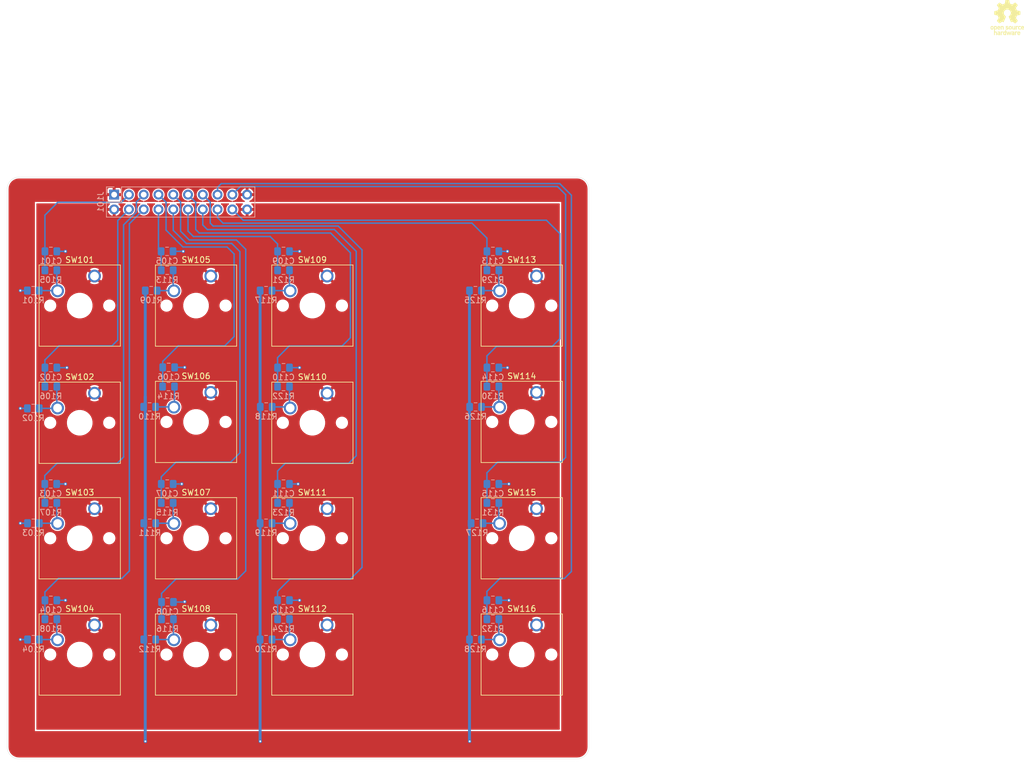
<source format=kicad_pcb>
(kicad_pcb (version 20171130) (host pcbnew "(5.1.6)-1")
  (layers (0 F.Cu signal) (31 B.Cu signal) (34 B.Paste user) (35 F.Paste user) (36 B.SilkS user) (37 F.SilkS user) (38 B.Mask user) (39 F.Mask user) (44 Edge.Cuts user))
  (net 0 "")
  (net 1 GND)
  (net 2 /SW_7)
  (net 3 /SW_4)
  (net 4 /SW_1)
  (net 5 /SW_0)
  (net 6 /SW_8)
  (net 7 /SW_5)
  (net 8 /SW_2)
  (net 9 /SW_point)
  (net 10 /SW_9)
  (net 11 /SW_6)
  (net 12 /SW_3)
  (net 13 /SW_Enter)
  (net 14 /SW_M0)
  (net 15 /SW_M1)
  (net 16 /SW_M2)
  (net 17 /SW_M3)
  (net 18 +3V3)
  (net 19 "Net-(R101-Pad2)")
  (net 20 "Net-(R102-Pad2)")
  (net 21 "Net-(R103-Pad2)")
  (net 22 "Net-(R104-Pad2)")
  (net 23 "Net-(R109-Pad2)")
  (net 24 "Net-(R110-Pad2)")
  (net 25 "Net-(R111-Pad2)")
  (net 26 "Net-(R112-Pad2)")
  (net 27 "Net-(R117-Pad2)")
  (net 28 "Net-(R118-Pad2)")
  (net 29 "Net-(R119-Pad2)")
  (net 30 "Net-(R120-Pad2)")
  (net 31 "Net-(R125-Pad2)")
  (net 32 "Net-(R126-Pad2)")
  (net 33 "Net-(R127-Pad2)")
  (net 34 "Net-(R128-Pad2)")
  (module Button_Switch_Keyboard:SW_Cherry_MX_1.00u_PCB (layer F.Cu) (at 191 127)
    (fp_text reference SW116 (at -2.54 -2.794) (layer F.SilkS))
    (fp_text value MX1A_C1)
    (pad "" np_thru_hole circle (at 2.54 5.08) (size 1.7 1.7) (drill 1.7) (layers *.Cu *.Mask))
    (pad "" np_thru_hole circle (at -7.62 5.08) (size 1.7 1.7) (drill 1.7) (layers *.Cu *.Mask))
    (pad "" np_thru_hole circle (at -2.54 5.08) (size 4 4) (drill 4) (layers *.Cu *.Mask))
    (pad 2 thru_hole circle (at -6.35 2.54) (size 2.2 2.2) (drill 1.5) (layers *.Cu *.Mask) (net 34 "Net-(R128-Pad2)"))
    (pad 1 thru_hole circle (at 0 0) (size 2.2 2.2) (drill 1.5) (layers *.Cu *.Mask) (net 1 GND))
  )
  (module Button_Switch_Keyboard:SW_Cherry_MX_1.00u_PCB (layer F.Cu) (at 191 107)
    (fp_text reference SW115 (at -2.54 -2.794) (layer F.SilkS))
    (fp_text value MX1A_C1)
    (pad "" np_thru_hole circle (at 2.54 5.08) (size 1.7 1.7) (drill 1.7) (layers *.Cu *.Mask))
    (pad "" np_thru_hole circle (at -7.62 5.08) (size 1.7 1.7) (drill 1.7) (layers *.Cu *.Mask))
    (pad "" np_thru_hole circle (at -2.54 5.08) (size 4 4) (drill 4) (layers *.Cu *.Mask))
    (pad 2 thru_hole circle (at -6.35 2.54) (size 2.2 2.2) (drill 1.5) (layers *.Cu *.Mask) (net 33 "Net-(R127-Pad2)"))
    (pad 1 thru_hole circle (at 0 0) (size 2.2 2.2) (drill 1.5) (layers *.Cu *.Mask) (net 1 GND))
  )
  (module Button_Switch_Keyboard:SW_Cherry_MX_1.00u_PCB (layer F.Cu) (at 191 87)
    (fp_text reference SW114 (at -2.54 -2.794) (layer F.SilkS))
    (fp_text value MX1A_C1)
    (pad "" np_thru_hole circle (at 2.54 5.08) (size 1.7 1.7) (drill 1.7) (layers *.Cu *.Mask))
    (pad "" np_thru_hole circle (at -7.62 5.08) (size 1.7 1.7) (drill 1.7) (layers *.Cu *.Mask))
    (pad "" np_thru_hole circle (at -2.54 5.08) (size 4 4) (drill 4) (layers *.Cu *.Mask))
    (pad 2 thru_hole circle (at -6.35 2.54) (size 2.2 2.2) (drill 1.5) (layers *.Cu *.Mask) (net 32 "Net-(R126-Pad2)"))
    (pad 1 thru_hole circle (at 0 0) (size 2.2 2.2) (drill 1.5) (layers *.Cu *.Mask) (net 1 GND))
  )
  (module Button_Switch_Keyboard:SW_Cherry_MX_1.00u_PCB (layer F.Cu) (at 191 67)
    (fp_text reference SW113 (at -2.54 -2.794) (layer F.SilkS))
    (fp_text value MX1A_C1)
    (pad "" np_thru_hole circle (at 2.54 5.08) (size 1.7 1.7) (drill 1.7) (layers *.Cu *.Mask))
    (pad "" np_thru_hole circle (at -7.62 5.08) (size 1.7 1.7) (drill 1.7) (layers *.Cu *.Mask))
    (pad "" np_thru_hole circle (at -2.54 5.08) (size 4 4) (drill 4) (layers *.Cu *.Mask))
    (pad 2 thru_hole circle (at -6.35 2.54) (size 2.2 2.2) (drill 1.5) (layers *.Cu *.Mask) (net 31 "Net-(R125-Pad2)"))
    (pad 1 thru_hole circle (at 0 0) (size 2.2 2.2) (drill 1.5) (layers *.Cu *.Mask) (net 1 GND))
  )
  (module Button_Switch_Keyboard:SW_Cherry_MX_1.00u_PCB (layer F.Cu) (at 155 127)
    (fp_text reference SW112 (at -2.54 -2.794) (layer F.SilkS))
    (fp_text value MX1A_C1)
    (pad "" np_thru_hole circle (at 2.54 5.08) (size 1.7 1.7) (drill 1.7) (layers *.Cu *.Mask))
    (pad "" np_thru_hole circle (at -7.62 5.08) (size 1.7 1.7) (drill 1.7) (layers *.Cu *.Mask))
    (pad "" np_thru_hole circle (at -2.54 5.08) (size 4 4) (drill 4) (layers *.Cu *.Mask))
    (pad 2 thru_hole circle (at -6.35 2.54) (size 2.2 2.2) (drill 1.5) (layers *.Cu *.Mask) (net 30 "Net-(R120-Pad2)"))
    (pad 1 thru_hole circle (at 0 0) (size 2.2 2.2) (drill 1.5) (layers *.Cu *.Mask) (net 1 GND))
  )
  (module Button_Switch_Keyboard:SW_Cherry_MX_1.00u_PCB (layer F.Cu) (at 155 107)
    (fp_text reference SW111 (at -2.54 -2.794) (layer F.SilkS))
    (fp_text value MX1A_C1)
    (pad "" np_thru_hole circle (at 2.54 5.08) (size 1.7 1.7) (drill 1.7) (layers *.Cu *.Mask))
    (pad "" np_thru_hole circle (at -7.62 5.08) (size 1.7 1.7) (drill 1.7) (layers *.Cu *.Mask))
    (pad "" np_thru_hole circle (at -2.54 5.08) (size 4 4) (drill 4) (layers *.Cu *.Mask))
    (pad 2 thru_hole circle (at -6.35 2.54) (size 2.2 2.2) (drill 1.5) (layers *.Cu *.Mask) (net 29 "Net-(R119-Pad2)"))
    (pad 1 thru_hole circle (at 0 0) (size 2.2 2.2) (drill 1.5) (layers *.Cu *.Mask) (net 1 GND))
  )
  (module Button_Switch_Keyboard:SW_Cherry_MX_1.00u_PCB (layer F.Cu) (at 155 87.145)
    (fp_text reference SW110 (at -2.54 -2.794) (layer F.SilkS))
    (fp_text value MX1A_C1)
    (pad "" np_thru_hole circle (at 2.54 5.08) (size 1.7 1.7) (drill 1.7) (layers *.Cu *.Mask))
    (pad "" np_thru_hole circle (at -7.62 5.08) (size 1.7 1.7) (drill 1.7) (layers *.Cu *.Mask))
    (pad "" np_thru_hole circle (at -2.54 5.08) (size 4 4) (drill 4) (layers *.Cu *.Mask))
    (pad 2 thru_hole circle (at -6.35 2.54) (size 2.2 2.2) (drill 1.5) (layers *.Cu *.Mask) (net 28 "Net-(R118-Pad2)"))
    (pad 1 thru_hole circle (at 0 0) (size 2.2 2.2) (drill 1.5) (layers *.Cu *.Mask) (net 1 GND))
  )
  (module Button_Switch_Keyboard:SW_Cherry_MX_1.00u_PCB (layer F.Cu) (at 155 67)
    (fp_text reference SW109 (at -2.54 -2.794) (layer F.SilkS))
    (fp_text value MX1A_C1)
    (pad "" np_thru_hole circle (at 2.54 5.08) (size 1.7 1.7) (drill 1.7) (layers *.Cu *.Mask))
    (pad "" np_thru_hole circle (at -7.62 5.08) (size 1.7 1.7) (drill 1.7) (layers *.Cu *.Mask))
    (pad "" np_thru_hole circle (at -2.54 5.08) (size 4 4) (drill 4) (layers *.Cu *.Mask))
    (pad 2 thru_hole circle (at -6.35 2.54) (size 2.2 2.2) (drill 1.5) (layers *.Cu *.Mask) (net 27 "Net-(R117-Pad2)"))
    (pad 1 thru_hole circle (at 0 0) (size 2.2 2.2) (drill 1.5) (layers *.Cu *.Mask) (net 1 GND))
  )
  (module Button_Switch_Keyboard:SW_Cherry_MX_1.00u_PCB (layer F.Cu) (at 135 127)
    (fp_text reference SW108 (at -2.54 -2.794) (layer F.SilkS))
    (fp_text value MX1A_C1)
    (pad "" np_thru_hole circle (at 2.54 5.08) (size 1.7 1.7) (drill 1.7) (layers *.Cu *.Mask))
    (pad "" np_thru_hole circle (at -7.62 5.08) (size 1.7 1.7) (drill 1.7) (layers *.Cu *.Mask))
    (pad "" np_thru_hole circle (at -2.54 5.08) (size 4 4) (drill 4) (layers *.Cu *.Mask))
    (pad 2 thru_hole circle (at -6.35 2.54) (size 2.2 2.2) (drill 1.5) (layers *.Cu *.Mask) (net 26 "Net-(R112-Pad2)"))
    (pad 1 thru_hole circle (at 0 0) (size 2.2 2.2) (drill 1.5) (layers *.Cu *.Mask) (net 1 GND))
  )
  (module Button_Switch_Keyboard:SW_Cherry_MX_1.00u_PCB (layer F.Cu) (at 135 107)
    (fp_text reference SW107 (at -2.54 -2.794) (layer F.SilkS))
    (fp_text value MX1A_C1)
    (pad "" np_thru_hole circle (at 2.54 5.08) (size 1.7 1.7) (drill 1.7) (layers *.Cu *.Mask))
    (pad "" np_thru_hole circle (at -7.62 5.08) (size 1.7 1.7) (drill 1.7) (layers *.Cu *.Mask))
    (pad "" np_thru_hole circle (at -2.54 5.08) (size 4 4) (drill 4) (layers *.Cu *.Mask))
    (pad 2 thru_hole circle (at -6.35 2.54) (size 2.2 2.2) (drill 1.5) (layers *.Cu *.Mask) (net 25 "Net-(R111-Pad2)"))
    (pad 1 thru_hole circle (at 0 0) (size 2.2 2.2) (drill 1.5) (layers *.Cu *.Mask) (net 1 GND))
  )
  (module Button_Switch_Keyboard:SW_Cherry_MX_1.00u_PCB (layer F.Cu) (at 135 87)
    (fp_text reference SW106 (at -2.54 -2.794) (layer F.SilkS))
    (fp_text value MX1A_C1)
    (pad "" np_thru_hole circle (at 2.54 5.08) (size 1.7 1.7) (drill 1.7) (layers *.Cu *.Mask))
    (pad "" np_thru_hole circle (at -7.62 5.08) (size 1.7 1.7) (drill 1.7) (layers *.Cu *.Mask))
    (pad "" np_thru_hole circle (at -2.54 5.08) (size 4 4) (drill 4) (layers *.Cu *.Mask))
    (pad 2 thru_hole circle (at -6.35 2.54) (size 2.2 2.2) (drill 1.5) (layers *.Cu *.Mask) (net 24 "Net-(R110-Pad2)"))
    (pad 1 thru_hole circle (at 0 0) (size 2.2 2.2) (drill 1.5) (layers *.Cu *.Mask) (net 1 GND))
  )
  (module Button_Switch_Keyboard:SW_Cherry_MX_1.00u_PCB (layer F.Cu) (at 135 67)
    (fp_text reference SW105 (at -2.54 -2.794) (layer F.SilkS))
    (fp_text value MX1A_C1)
    (pad "" np_thru_hole circle (at 2.54 5.08) (size 1.7 1.7) (drill 1.7) (layers *.Cu *.Mask))
    (pad "" np_thru_hole circle (at -7.62 5.08) (size 1.7 1.7) (drill 1.7) (layers *.Cu *.Mask))
    (pad "" np_thru_hole circle (at -2.54 5.08) (size 4 4) (drill 4) (layers *.Cu *.Mask))
    (pad 2 thru_hole circle (at -6.35 2.54) (size 2.2 2.2) (drill 1.5) (layers *.Cu *.Mask) (net 23 "Net-(R109-Pad2)"))
    (pad 1 thru_hole circle (at 0 0) (size 2.2 2.2) (drill 1.5) (layers *.Cu *.Mask) (net 1 GND))
  )
  (module Button_Switch_Keyboard:SW_Cherry_MX_1.00u_PCB (layer F.Cu) (at 115 127)
    (fp_text reference SW104 (at -2.54 -2.794) (layer F.SilkS))
    (fp_text value MX1A_C1)
    (pad "" np_thru_hole circle (at 2.54 5.08) (size 1.7 1.7) (drill 1.7) (layers *.Cu *.Mask))
    (pad "" np_thru_hole circle (at -7.62 5.08) (size 1.7 1.7) (drill 1.7) (layers *.Cu *.Mask))
    (pad "" np_thru_hole circle (at -2.54 5.08) (size 4 4) (drill 4) (layers *.Cu *.Mask))
    (pad 2 thru_hole circle (at -6.35 2.54) (size 2.2 2.2) (drill 1.5) (layers *.Cu *.Mask) (net 22 "Net-(R104-Pad2)"))
    (pad 1 thru_hole circle (at 0 0) (size 2.2 2.2) (drill 1.5) (layers *.Cu *.Mask) (net 1 GND))
  )
  (module Button_Switch_Keyboard:SW_Cherry_MX_1.00u_PCB (layer F.Cu) (at 115 107)
    (fp_text reference SW103 (at -2.54 -2.794) (layer F.SilkS))
    (fp_text value MX1A_C1)
    (pad "" np_thru_hole circle (at 2.54 5.08) (size 1.7 1.7) (drill 1.7) (layers *.Cu *.Mask))
    (pad "" np_thru_hole circle (at -7.62 5.08) (size 1.7 1.7) (drill 1.7) (layers *.Cu *.Mask))
    (pad "" np_thru_hole circle (at -2.54 5.08) (size 4 4) (drill 4) (layers *.Cu *.Mask))
    (pad 2 thru_hole circle (at -6.35 2.54) (size 2.2 2.2) (drill 1.5) (layers *.Cu *.Mask) (net 21 "Net-(R103-Pad2)"))
    (pad 1 thru_hole circle (at 0 0) (size 2.2 2.2) (drill 1.5) (layers *.Cu *.Mask) (net 1 GND))
  )
  (module Button_Switch_Keyboard:SW_Cherry_MX_1.00u_PCB (layer F.Cu) (at 115 87.145)
    (fp_text reference SW102 (at -2.54 -2.794) (layer F.SilkS))
    (fp_text value MX1A_C1)
    (pad "" np_thru_hole circle (at 2.54 5.08) (size 1.7 1.7) (drill 1.7) (layers *.Cu *.Mask))
    (pad "" np_thru_hole circle (at -7.62 5.08) (size 1.7 1.7) (drill 1.7) (layers *.Cu *.Mask))
    (pad "" np_thru_hole circle (at -2.54 5.08) (size 4 4) (drill 4) (layers *.Cu *.Mask))
    (pad 2 thru_hole circle (at -6.35 2.54) (size 2.2 2.2) (drill 1.5) (layers *.Cu *.Mask) (net 20 "Net-(R102-Pad2)"))
    (pad 1 thru_hole circle (at 0 0) (size 2.2 2.2) (drill 1.5) (layers *.Cu *.Mask) (net 1 GND))
  )
  (module Resistor_SMD:R_0805_2012Metric_Pad1.15x1.40mm_HandSolder (layer B.Cu) (at 183.5 126)
    (fp_text reference R132 (at 0 1.65) (layer B.SilkS) (effects (justify mirror)))
    (fp_text value 10K)
    (pad 2 smd roundrect (at 1.025 0) (size 1.15 1.4) (layers B.Cu B.Paste B.Mask) (roundrect_rratio 0.217391) (net 34 "Net-(R128-Pad2)"))
    (pad 1 smd roundrect (at -1.025 0) (size 1.15 1.4) (layers B.Cu B.Paste B.Mask) (roundrect_rratio 0.217391) (net 17 /SW_M3))
  )
  (module Resistor_SMD:R_0805_2012Metric_Pad1.15x1.40mm_HandSolder (layer B.Cu) (at 183.5 106)
    (fp_text reference R131 (at 0 1.65) (layer B.SilkS) (effects (justify mirror)))
    (fp_text value 10K)
    (pad 2 smd roundrect (at 1.025 0) (size 1.15 1.4) (layers B.Cu B.Paste B.Mask) (roundrect_rratio 0.217391) (net 33 "Net-(R127-Pad2)"))
    (pad 1 smd roundrect (at -1.025 0) (size 1.15 1.4) (layers B.Cu B.Paste B.Mask) (roundrect_rratio 0.217391) (net 16 /SW_M2))
  )
  (module Resistor_SMD:R_0805_2012Metric_Pad1.15x1.40mm_HandSolder (layer B.Cu) (at 183.5 86)
    (fp_text reference R130 (at 0 1.65) (layer B.SilkS) (effects (justify mirror)))
    (fp_text value 10K)
    (pad 2 smd roundrect (at 1.025 0) (size 1.15 1.4) (layers B.Cu B.Paste B.Mask) (roundrect_rratio 0.217391) (net 32 "Net-(R126-Pad2)"))
    (pad 1 smd roundrect (at -1.025 0) (size 1.15 1.4) (layers B.Cu B.Paste B.Mask) (roundrect_rratio 0.217391) (net 15 /SW_M1))
  )
  (module Resistor_SMD:R_0805_2012Metric_Pad1.15x1.40mm_HandSolder (layer B.Cu) (at 183.5 66)
    (fp_text reference R129 (at 0 1.65) (layer B.SilkS) (effects (justify mirror)))
    (fp_text value 10K)
    (pad 2 smd roundrect (at 1.025 0) (size 1.15 1.4) (layers B.Cu B.Paste B.Mask) (roundrect_rratio 0.217391) (net 31 "Net-(R125-Pad2)"))
    (pad 1 smd roundrect (at -1.025 0) (size 1.15 1.4) (layers B.Cu B.Paste B.Mask) (roundrect_rratio 0.217391) (net 14 /SW_M0))
  )
  (module Resistor_SMD:R_0805_2012Metric_Pad1.15x1.40mm_HandSolder (layer B.Cu) (at 180.5 129.5)
    (fp_text reference R128 (at 0 1.65) (layer B.SilkS) (effects (justify mirror)))
    (fp_text value 10K)
    (pad 2 smd roundrect (at 1.025 0) (size 1.15 1.4) (layers B.Cu B.Paste B.Mask) (roundrect_rratio 0.217391) (net 34 "Net-(R128-Pad2)"))
    (pad 1 smd roundrect (at -1.025 0) (size 1.15 1.4) (layers B.Cu B.Paste B.Mask) (roundrect_rratio 0.217391) (net 18 +3V3))
  )
  (module Resistor_SMD:R_0805_2012Metric_Pad1.15x1.40mm_HandSolder (layer B.Cu) (at 180.775 109.5)
    (fp_text reference R127 (at 0 1.65) (layer B.SilkS) (effects (justify mirror)))
    (fp_text value 10K)
    (pad 2 smd roundrect (at 1.025 0) (size 1.15 1.4) (layers B.Cu B.Paste B.Mask) (roundrect_rratio 0.217391) (net 33 "Net-(R127-Pad2)"))
    (pad 1 smd roundrect (at -1.025 0) (size 1.15 1.4) (layers B.Cu B.Paste B.Mask) (roundrect_rratio 0.217391) (net 18 +3V3))
  )
  (module Resistor_SMD:R_0805_2012Metric_Pad1.15x1.40mm_HandSolder (layer B.Cu) (at 180.525 89.5)
    (fp_text reference R126 (at 0 1.65) (layer B.SilkS) (effects (justify mirror)))
    (fp_text value 10K)
    (pad 2 smd roundrect (at 1.025 0) (size 1.15 1.4) (layers B.Cu B.Paste B.Mask) (roundrect_rratio 0.217391) (net 32 "Net-(R126-Pad2)"))
    (pad 1 smd roundrect (at -1.025 0) (size 1.15 1.4) (layers B.Cu B.Paste B.Mask) (roundrect_rratio 0.217391) (net 18 +3V3))
  )
  (module Resistor_SMD:R_0805_2012Metric_Pad1.15x1.40mm_HandSolder (layer B.Cu) (at 180.5 69.5)
    (fp_text reference R125 (at 0 1.65) (layer B.SilkS) (effects (justify mirror)))
    (fp_text value 10K)
    (pad 2 smd roundrect (at 1.025 0) (size 1.15 1.4) (layers B.Cu B.Paste B.Mask) (roundrect_rratio 0.217391) (net 31 "Net-(R125-Pad2)"))
    (pad 1 smd roundrect (at -1.025 0) (size 1.15 1.4) (layers B.Cu B.Paste B.Mask) (roundrect_rratio 0.217391) (net 18 +3V3))
  )
  (module Resistor_SMD:R_0805_2012Metric_Pad1.15x1.40mm_HandSolder (layer B.Cu) (at 147.5 126)
    (fp_text reference R124 (at 0 1.65) (layer B.SilkS) (effects (justify mirror)))
    (fp_text value 10K)
    (pad 2 smd roundrect (at 1.025 0) (size 1.15 1.4) (layers B.Cu B.Paste B.Mask) (roundrect_rratio 0.217391) (net 30 "Net-(R120-Pad2)"))
    (pad 1 smd roundrect (at -1.025 0) (size 1.15 1.4) (layers B.Cu B.Paste B.Mask) (roundrect_rratio 0.217391) (net 13 /SW_Enter))
  )
  (module Resistor_SMD:R_0805_2012Metric_Pad1.15x1.40mm_HandSolder (layer B.Cu) (at 147.5 106)
    (fp_text reference R123 (at 0 1.65) (layer B.SilkS) (effects (justify mirror)))
    (fp_text value 10K)
    (pad 2 smd roundrect (at 1.025 0) (size 1.15 1.4) (layers B.Cu B.Paste B.Mask) (roundrect_rratio 0.217391) (net 29 "Net-(R119-Pad2)"))
    (pad 1 smd roundrect (at -1.025 0) (size 1.15 1.4) (layers B.Cu B.Paste B.Mask) (roundrect_rratio 0.217391) (net 12 /SW_3))
  )
  (module Resistor_SMD:R_0805_2012Metric_Pad1.15x1.40mm_HandSolder (layer B.Cu) (at 147.5 86)
    (fp_text reference R122 (at 0 1.65) (layer B.SilkS) (effects (justify mirror)))
    (fp_text value 10K)
    (pad 2 smd roundrect (at 1.025 0) (size 1.15 1.4) (layers B.Cu B.Paste B.Mask) (roundrect_rratio 0.217391) (net 28 "Net-(R118-Pad2)"))
    (pad 1 smd roundrect (at -1.025 0) (size 1.15 1.4) (layers B.Cu B.Paste B.Mask) (roundrect_rratio 0.217391) (net 11 /SW_6))
  )
  (module Resistor_SMD:R_0805_2012Metric_Pad1.15x1.40mm_HandSolder (layer B.Cu) (at 147.5 66)
    (fp_text reference R121 (at 0 1.65) (layer B.SilkS) (effects (justify mirror)))
    (fp_text value 10K)
    (pad 2 smd roundrect (at 1.025 0) (size 1.15 1.4) (layers B.Cu B.Paste B.Mask) (roundrect_rratio 0.217391) (net 27 "Net-(R117-Pad2)"))
    (pad 1 smd roundrect (at -1.025 0) (size 1.15 1.4) (layers B.Cu B.Paste B.Mask) (roundrect_rratio 0.217391) (net 10 /SW_9))
  )
  (module Resistor_SMD:R_0805_2012Metric_Pad1.15x1.40mm_HandSolder (layer B.Cu) (at 144.5 129.5)
    (fp_text reference R120 (at 0 1.65) (layer B.SilkS) (effects (justify mirror)))
    (fp_text value 10K)
    (pad 2 smd roundrect (at 1.025 0) (size 1.15 1.4) (layers B.Cu B.Paste B.Mask) (roundrect_rratio 0.217391) (net 30 "Net-(R120-Pad2)"))
    (pad 1 smd roundrect (at -1.025 0) (size 1.15 1.4) (layers B.Cu B.Paste B.Mask) (roundrect_rratio 0.217391) (net 18 +3V3))
  )
  (module Resistor_SMD:R_0805_2012Metric_Pad1.15x1.40mm_HandSolder (layer B.Cu) (at 144.5 109.5)
    (fp_text reference R119 (at 0 1.65) (layer B.SilkS) (effects (justify mirror)))
    (fp_text value 10K)
    (pad 2 smd roundrect (at 1.025 0) (size 1.15 1.4) (layers B.Cu B.Paste B.Mask) (roundrect_rratio 0.217391) (net 29 "Net-(R119-Pad2)"))
    (pad 1 smd roundrect (at -1.025 0) (size 1.15 1.4) (layers B.Cu B.Paste B.Mask) (roundrect_rratio 0.217391) (net 18 +3V3))
  )
  (module Resistor_SMD:R_0805_2012Metric_Pad1.15x1.40mm_HandSolder (layer B.Cu) (at 144.525 89.5)
    (fp_text reference R118 (at 0 1.65) (layer B.SilkS) (effects (justify mirror)))
    (fp_text value 10K)
    (pad 2 smd roundrect (at 1.025 0) (size 1.15 1.4) (layers B.Cu B.Paste B.Mask) (roundrect_rratio 0.217391) (net 28 "Net-(R118-Pad2)"))
    (pad 1 smd roundrect (at -1.025 0) (size 1.15 1.4) (layers B.Cu B.Paste B.Mask) (roundrect_rratio 0.217391) (net 18 +3V3))
  )
  (module Resistor_SMD:R_0805_2012Metric_Pad1.15x1.40mm_HandSolder (layer B.Cu) (at 144.5 69.5)
    (fp_text reference R117 (at 0 1.65) (layer B.SilkS) (effects (justify mirror)))
    (fp_text value 10K)
    (pad 2 smd roundrect (at 1.025 0) (size 1.15 1.4) (layers B.Cu B.Paste B.Mask) (roundrect_rratio 0.217391) (net 27 "Net-(R117-Pad2)"))
    (pad 1 smd roundrect (at -1.025 0) (size 1.15 1.4) (layers B.Cu B.Paste B.Mask) (roundrect_rratio 0.217391) (net 18 +3V3))
  )
  (module Resistor_SMD:R_0805_2012Metric_Pad1.15x1.40mm_HandSolder (layer B.Cu) (at 127.55 126)
    (fp_text reference R116 (at 0 1.65) (layer B.SilkS) (effects (justify mirror)))
    (fp_text value 10K)
    (pad 2 smd roundrect (at 1.025 0) (size 1.15 1.4) (layers B.Cu B.Paste B.Mask) (roundrect_rratio 0.217391) (net 26 "Net-(R112-Pad2)"))
    (pad 1 smd roundrect (at -1.025 0) (size 1.15 1.4) (layers B.Cu B.Paste B.Mask) (roundrect_rratio 0.217391) (net 9 /SW_point))
  )
  (module Resistor_SMD:R_0805_2012Metric_Pad1.15x1.40mm_HandSolder (layer B.Cu) (at 127.5 106)
    (fp_text reference R115 (at 0 1.65) (layer B.SilkS) (effects (justify mirror)))
    (fp_text value 10K)
    (pad 2 smd roundrect (at 1.025 0) (size 1.15 1.4) (layers B.Cu B.Paste B.Mask) (roundrect_rratio 0.217391) (net 25 "Net-(R111-Pad2)"))
    (pad 1 smd roundrect (at -1.025 0) (size 1.15 1.4) (layers B.Cu B.Paste B.Mask) (roundrect_rratio 0.217391) (net 8 /SW_2))
  )
  (module Resistor_SMD:R_0805_2012Metric_Pad1.15x1.40mm_HandSolder (layer B.Cu) (at 127.725 86)
    (fp_text reference R114 (at 0 1.65) (layer B.SilkS) (effects (justify mirror)))
    (fp_text value 10K)
    (pad 2 smd roundrect (at 1.025 0) (size 1.15 1.4) (layers B.Cu B.Paste B.Mask) (roundrect_rratio 0.217391) (net 24 "Net-(R110-Pad2)"))
    (pad 1 smd roundrect (at -1.025 0) (size 1.15 1.4) (layers B.Cu B.Paste B.Mask) (roundrect_rratio 0.217391) (net 7 /SW_5))
  )
  (module Resistor_SMD:R_0805_2012Metric_Pad1.15x1.40mm_HandSolder (layer B.Cu) (at 127.5 66)
    (fp_text reference R113 (at 0 1.65) (layer B.SilkS) (effects (justify mirror)))
    (fp_text value 10K)
    (pad 2 smd roundrect (at 1.025 0) (size 1.15 1.4) (layers B.Cu B.Paste B.Mask) (roundrect_rratio 0.217391) (net 23 "Net-(R109-Pad2)"))
    (pad 1 smd roundrect (at -1.025 0) (size 1.15 1.4) (layers B.Cu B.Paste B.Mask) (roundrect_rratio 0.217391) (net 6 /SW_8))
  )
  (module Resistor_SMD:R_0805_2012Metric_Pad1.15x1.40mm_HandSolder (layer B.Cu) (at 124.5 129.5)
    (fp_text reference R112 (at 0 1.65) (layer B.SilkS) (effects (justify mirror)))
    (fp_text value 10K)
    (pad 2 smd roundrect (at 1.025 0) (size 1.15 1.4) (layers B.Cu B.Paste B.Mask) (roundrect_rratio 0.217391) (net 26 "Net-(R112-Pad2)"))
    (pad 1 smd roundrect (at -1.025 0) (size 1.15 1.4) (layers B.Cu B.Paste B.Mask) (roundrect_rratio 0.217391) (net 18 +3V3))
  )
  (module Resistor_SMD:R_0805_2012Metric_Pad1.15x1.40mm_HandSolder (layer B.Cu) (at 124.5 109.5)
    (fp_text reference R111 (at 0 1.65) (layer B.SilkS) (effects (justify mirror)))
    (fp_text value 10K)
    (pad 2 smd roundrect (at 1.025 0) (size 1.15 1.4) (layers B.Cu B.Paste B.Mask) (roundrect_rratio 0.217391) (net 25 "Net-(R111-Pad2)"))
    (pad 1 smd roundrect (at -1.025 0) (size 1.15 1.4) (layers B.Cu B.Paste B.Mask) (roundrect_rratio 0.217391) (net 18 +3V3))
  )
  (module Resistor_SMD:R_0805_2012Metric_Pad1.15x1.40mm_HandSolder (layer B.Cu) (at 124.475 89.5)
    (fp_text reference R110 (at 0 1.65) (layer B.SilkS) (effects (justify mirror)))
    (fp_text value 10K)
    (pad 2 smd roundrect (at 1.025 0) (size 1.15 1.4) (layers B.Cu B.Paste B.Mask) (roundrect_rratio 0.217391) (net 24 "Net-(R110-Pad2)"))
    (pad 1 smd roundrect (at -1.025 0) (size 1.15 1.4) (layers B.Cu B.Paste B.Mask) (roundrect_rratio 0.217391) (net 18 +3V3))
  )
  (module Resistor_SMD:R_0805_2012Metric_Pad1.15x1.40mm_HandSolder (layer B.Cu) (at 124.75 69.5)
    (fp_text reference R109 (at 0 1.65) (layer B.SilkS) (effects (justify mirror)))
    (fp_text value 10K)
    (pad 2 smd roundrect (at 1.025 0) (size 1.15 1.4) (layers B.Cu B.Paste B.Mask) (roundrect_rratio 0.217391) (net 23 "Net-(R109-Pad2)"))
    (pad 1 smd roundrect (at -1.025 0) (size 1.15 1.4) (layers B.Cu B.Paste B.Mask) (roundrect_rratio 0.217391) (net 18 +3V3))
  )
  (module Resistor_SMD:R_0805_2012Metric_Pad1.15x1.40mm_HandSolder (layer B.Cu) (at 107.5 126)
    (fp_text reference R108 (at 0 1.65) (layer B.SilkS) (effects (justify mirror)))
    (fp_text value 10K)
    (pad 2 smd roundrect (at 1.025 0) (size 1.15 1.4) (layers B.Cu B.Paste B.Mask) (roundrect_rratio 0.217391) (net 22 "Net-(R104-Pad2)"))
    (pad 1 smd roundrect (at -1.025 0) (size 1.15 1.4) (layers B.Cu B.Paste B.Mask) (roundrect_rratio 0.217391) (net 5 /SW_0))
  )
  (module Resistor_SMD:R_0805_2012Metric_Pad1.15x1.40mm_HandSolder (layer B.Cu) (at 107.5 106)
    (fp_text reference R107 (at 0 1.65) (layer B.SilkS) (effects (justify mirror)))
    (fp_text value 10K)
    (pad 2 smd roundrect (at 1.025 0) (size 1.15 1.4) (layers B.Cu B.Paste B.Mask) (roundrect_rratio 0.217391) (net 21 "Net-(R103-Pad2)"))
    (pad 1 smd roundrect (at -1.025 0) (size 1.15 1.4) (layers B.Cu B.Paste B.Mask) (roundrect_rratio 0.217391) (net 4 /SW_1))
  )
  (module Resistor_SMD:R_0805_2012Metric_Pad1.15x1.40mm_HandSolder (layer B.Cu) (at 107.5 86)
    (fp_text reference R106 (at 0 1.65) (layer B.SilkS) (effects (justify mirror)))
    (fp_text value 10K)
    (pad 2 smd roundrect (at 1.025 0) (size 1.15 1.4) (layers B.Cu B.Paste B.Mask) (roundrect_rratio 0.217391) (net 20 "Net-(R102-Pad2)"))
    (pad 1 smd roundrect (at -1.025 0) (size 1.15 1.4) (layers B.Cu B.Paste B.Mask) (roundrect_rratio 0.217391) (net 3 /SW_4))
  )
  (module Resistor_SMD:R_0805_2012Metric_Pad1.15x1.40mm_HandSolder (layer B.Cu) (at 107.5 66)
    (fp_text reference R105 (at 0 1.65) (layer B.SilkS) (effects (justify mirror)))
    (fp_text value 10K)
    (pad 2 smd roundrect (at 1.025 0) (size 1.15 1.4) (layers B.Cu B.Paste B.Mask) (roundrect_rratio 0.217391) (net 19 "Net-(R101-Pad2)"))
    (pad 1 smd roundrect (at -1.025 0) (size 1.15 1.4) (layers B.Cu B.Paste B.Mask) (roundrect_rratio 0.217391) (net 2 /SW_7))
  )
  (module Resistor_SMD:R_0805_2012Metric_Pad1.15x1.40mm_HandSolder (layer B.Cu) (at 104.5 129.5)
    (fp_text reference R104 (at 0 1.65) (layer B.SilkS) (effects (justify mirror)))
    (fp_text value 10K)
    (pad 2 smd roundrect (at 1.025 0) (size 1.15 1.4) (layers B.Cu B.Paste B.Mask) (roundrect_rratio 0.217391) (net 22 "Net-(R104-Pad2)"))
    (pad 1 smd roundrect (at -1.025 0) (size 1.15 1.4) (layers B.Cu B.Paste B.Mask) (roundrect_rratio 0.217391) (net 18 +3V3))
  )
  (module Resistor_SMD:R_0805_2012Metric_Pad1.15x1.40mm_HandSolder (layer B.Cu) (at 104.5 109.5)
    (fp_text reference R103 (at 0 1.65) (layer B.SilkS) (effects (justify mirror)))
    (fp_text value 10K)
    (pad 2 smd roundrect (at 1.025 0) (size 1.15 1.4) (layers B.Cu B.Paste B.Mask) (roundrect_rratio 0.217391) (net 21 "Net-(R103-Pad2)"))
    (pad 1 smd roundrect (at -1.025 0) (size 1.15 1.4) (layers B.Cu B.Paste B.Mask) (roundrect_rratio 0.217391) (net 18 +3V3))
  )
  (module Resistor_SMD:R_0805_2012Metric_Pad1.15x1.40mm_HandSolder (layer B.Cu) (at 104.475 89.75)
    (fp_text reference R102 (at 0 1.65) (layer B.SilkS) (effects (justify mirror)))
    (fp_text value 10K)
    (pad 2 smd roundrect (at 1.025 0) (size 1.15 1.4) (layers B.Cu B.Paste B.Mask) (roundrect_rratio 0.217391) (net 20 "Net-(R102-Pad2)"))
    (pad 1 smd roundrect (at -1.025 0) (size 1.15 1.4) (layers B.Cu B.Paste B.Mask) (roundrect_rratio 0.217391) (net 18 +3V3))
  )
  (module Resistor_SMD:R_0805_2012Metric_Pad1.15x1.40mm_HandSolder (layer B.Cu) (at 104.475 69.5)
    (fp_text reference R101 (at 0 1.65) (layer B.SilkS) (effects (justify mirror)))
    (fp_text value 10K)
    (pad 2 smd roundrect (at 1.025 0) (size 1.15 1.4) (layers B.Cu B.Paste B.Mask) (roundrect_rratio 0.217391) (net 19 "Net-(R101-Pad2)"))
    (pad 1 smd roundrect (at -1.025 0) (size 1.15 1.4) (layers B.Cu B.Paste B.Mask) (roundrect_rratio 0.217391) (net 18 +3V3))
  )
  (module Connector_PinHeader_2.54mm:PinHeader_2x10_P2.54mm_Vertical (layer B.Cu) (at 118.38 53 270)
    (fp_text reference J101 (at 1.27 2.33 270) (layer B.SilkS) (effects (justify mirror)))
    (fp_text value Conn_02x10_Odd_Even)
    (pad 20 thru_hole oval (at 2.54 -22.86 270) (size 1.7 1.7) (drill 1) (layers *.Cu *.Mask) (net 1 GND))
    (pad 19 thru_hole oval (at 0 -22.86 270) (size 1.7 1.7) (drill 1) (layers *.Cu *.Mask) (net 18 +3V3))
    (pad 18 thru_hole oval (at 2.54 -20.32 270) (size 1.7 1.7) (drill 1) (layers *.Cu *.Mask) (net 15 /SW_M1))
    (pad 17 thru_hole oval (at 0 -20.32 270) (size 1.7 1.7) (drill 1) (layers *.Cu *.Mask) (net 16 /SW_M2))
    (pad 16 thru_hole oval (at 2.54 -17.78 270) (size 1.7 1.7) (drill 1) (layers *.Cu *.Mask) (net 14 /SW_M0))
    (pad 15 thru_hole oval (at 0 -17.78 270) (size 1.7 1.7) (drill 1) (layers *.Cu *.Mask) (net 17 /SW_M3))
    (pad 14 thru_hole oval (at 2.54 -15.24 270) (size 1.7 1.7) (drill 1) (layers *.Cu *.Mask) (net 12 /SW_3))
    (pad 13 thru_hole oval (at 0 -15.24 270) (size 1.7 1.7) (drill 1) (layers *.Cu *.Mask) (net 13 /SW_Enter))
    (pad 12 thru_hole oval (at 2.54 -12.7 270) (size 1.7 1.7) (drill 1) (layers *.Cu *.Mask) (net 10 /SW_9))
    (pad 11 thru_hole oval (at 0 -12.7 270) (size 1.7 1.7) (drill 1) (layers *.Cu *.Mask) (net 11 /SW_6))
    (pad 10 thru_hole oval (at 2.54 -10.16 270) (size 1.7 1.7) (drill 1) (layers *.Cu *.Mask) (net 8 /SW_2))
    (pad 9 thru_hole oval (at 0 -10.16 270) (size 1.7 1.7) (drill 1) (layers *.Cu *.Mask) (net 9 /SW_point))
    (pad 8 thru_hole oval (at 2.54 -7.62 270) (size 1.7 1.7) (drill 1) (layers *.Cu *.Mask) (net 6 /SW_8))
    (pad 7 thru_hole oval (at 0 -7.62 270) (size 1.7 1.7) (drill 1) (layers *.Cu *.Mask) (net 7 /SW_5))
    (pad 6 thru_hole oval (at 2.54 -5.08 270) (size 1.7 1.7) (drill 1) (layers *.Cu *.Mask) (net 5 /SW_0))
    (pad 5 thru_hole oval (at 0 -5.08 270) (size 1.7 1.7) (drill 1) (layers *.Cu *.Mask) (net 4 /SW_1))
    (pad 4 thru_hole oval (at 2.54 -2.54 270) (size 1.7 1.7) (drill 1) (layers *.Cu *.Mask) (net 3 /SW_4))
    (pad 3 thru_hole oval (at 0 -2.54 270) (size 1.7 1.7) (drill 1) (layers *.Cu *.Mask) (net 2 /SW_7))
    (pad 2 thru_hole oval (at 2.54 0 270) (size 1.7 1.7) (drill 1) (layers *.Cu *.Mask) (net 1 GND))
    (pad 1 thru_hole rect (at 0 0 270) (size 1.7 1.7) (drill 1) (layers *.Cu *.Mask) (net 18 +3V3))
  )
  (module Capacitor_SMD:C_0805_2012Metric_Pad1.15x1.40mm_HandSolder (layer B.Cu) (at 183.5 122.75)
    (fp_text reference C116 (at 0 1.65) (layer B.SilkS) (effects (justify mirror)))
    (fp_text value 100nF)
    (pad 2 smd roundrect (at 1.025 0) (size 1.15 1.4) (layers B.Cu B.Paste B.Mask) (roundrect_rratio 0.217391) (net 1 GND))
    (pad 1 smd roundrect (at -1.025 0) (size 1.15 1.4) (layers B.Cu B.Paste B.Mask) (roundrect_rratio 0.217391) (net 17 /SW_M3))
  )
  (module Capacitor_SMD:C_0805_2012Metric_Pad1.15x1.40mm_HandSolder (layer B.Cu) (at 183.5 102.75)
    (fp_text reference C115 (at 0 1.65) (layer B.SilkS) (effects (justify mirror)))
    (fp_text value 100nF)
    (pad 2 smd roundrect (at 1.025 0) (size 1.15 1.4) (layers B.Cu B.Paste B.Mask) (roundrect_rratio 0.217391) (net 1 GND))
    (pad 1 smd roundrect (at -1.025 0) (size 1.15 1.4) (layers B.Cu B.Paste B.Mask) (roundrect_rratio 0.217391) (net 16 /SW_M2))
  )
  (module Capacitor_SMD:C_0805_2012Metric_Pad1.15x1.40mm_HandSolder (layer B.Cu) (at 183.5 82.75)
    (fp_text reference C114 (at 0 1.65) (layer B.SilkS) (effects (justify mirror)))
    (fp_text value 100nF)
    (pad 2 smd roundrect (at 1.025 0) (size 1.15 1.4) (layers B.Cu B.Paste B.Mask) (roundrect_rratio 0.217391) (net 1 GND))
    (pad 1 smd roundrect (at -1.025 0) (size 1.15 1.4) (layers B.Cu B.Paste B.Mask) (roundrect_rratio 0.217391) (net 15 /SW_M1))
  )
  (module Capacitor_SMD:C_0805_2012Metric_Pad1.15x1.40mm_HandSolder (layer B.Cu) (at 183.5 62.75)
    (fp_text reference C113 (at 0 1.65) (layer B.SilkS) (effects (justify mirror)))
    (fp_text value 100nF)
    (pad 2 smd roundrect (at 1.025 0) (size 1.15 1.4) (layers B.Cu B.Paste B.Mask) (roundrect_rratio 0.217391) (net 1 GND))
    (pad 1 smd roundrect (at -1.025 0) (size 1.15 1.4) (layers B.Cu B.Paste B.Mask) (roundrect_rratio 0.217391) (net 14 /SW_M0))
  )
  (module Capacitor_SMD:C_0805_2012Metric_Pad1.15x1.40mm_HandSolder (layer B.Cu) (at 147.5 122.75)
    (fp_text reference C112 (at 0 1.65) (layer B.SilkS) (effects (justify mirror)))
    (fp_text value 100nF)
    (pad 2 smd roundrect (at 1.025 0) (size 1.15 1.4) (layers B.Cu B.Paste B.Mask) (roundrect_rratio 0.217391) (net 1 GND))
    (pad 1 smd roundrect (at -1.025 0) (size 1.15 1.4) (layers B.Cu B.Paste B.Mask) (roundrect_rratio 0.217391) (net 13 /SW_Enter))
  )
  (module Capacitor_SMD:C_0805_2012Metric_Pad1.15x1.40mm_HandSolder (layer B.Cu) (at 147.5 102.75)
    (fp_text reference C111 (at 0 1.65) (layer B.SilkS) (effects (justify mirror)))
    (fp_text value 100nF)
    (pad 2 smd roundrect (at 1.025 0) (size 1.15 1.4) (layers B.Cu B.Paste B.Mask) (roundrect_rratio 0.217391) (net 1 GND))
    (pad 1 smd roundrect (at -1.025 0) (size 1.15 1.4) (layers B.Cu B.Paste B.Mask) (roundrect_rratio 0.217391) (net 12 /SW_3))
  )
  (module Capacitor_SMD:C_0805_2012Metric_Pad1.15x1.40mm_HandSolder (layer B.Cu) (at 147.5 82.75)
    (fp_text reference C110 (at 0 1.65) (layer B.SilkS) (effects (justify mirror)))
    (fp_text value 100nF)
    (pad 2 smd roundrect (at 1.025 0) (size 1.15 1.4) (layers B.Cu B.Paste B.Mask) (roundrect_rratio 0.217391) (net 1 GND))
    (pad 1 smd roundrect (at -1.025 0) (size 1.15 1.4) (layers B.Cu B.Paste B.Mask) (roundrect_rratio 0.217391) (net 11 /SW_6))
  )
  (module Capacitor_SMD:C_0805_2012Metric_Pad1.15x1.40mm_HandSolder (layer B.Cu) (at 147.5 62.75)
    (fp_text reference C109 (at 0 1.65) (layer B.SilkS) (effects (justify mirror)))
    (fp_text value 100nF)
    (pad 2 smd roundrect (at 1.025 0) (size 1.15 1.4) (layers B.Cu B.Paste B.Mask) (roundrect_rratio 0.217391) (net 1 GND))
    (pad 1 smd roundrect (at -1.025 0) (size 1.15 1.4) (layers B.Cu B.Paste B.Mask) (roundrect_rratio 0.217391) (net 10 /SW_9))
  )
  (module Capacitor_SMD:C_0805_2012Metric_Pad1.15x1.40mm_HandSolder (layer B.Cu) (at 127.55 123.05)
    (fp_text reference C108 (at 0 1.65) (layer B.SilkS) (effects (justify mirror)))
    (fp_text value 100nF)
    (pad 2 smd roundrect (at 1.025 0) (size 1.15 1.4) (layers B.Cu B.Paste B.Mask) (roundrect_rratio 0.217391) (net 1 GND))
    (pad 1 smd roundrect (at -1.025 0) (size 1.15 1.4) (layers B.Cu B.Paste B.Mask) (roundrect_rratio 0.217391) (net 9 /SW_point))
  )
  (module Capacitor_SMD:C_0805_2012Metric_Pad1.15x1.40mm_HandSolder (layer B.Cu) (at 127.5 102.75)
    (fp_text reference C107 (at 0 1.65) (layer B.SilkS) (effects (justify mirror)))
    (fp_text value 100nF)
    (pad 2 smd roundrect (at 1.025 0) (size 1.15 1.4) (layers B.Cu B.Paste B.Mask) (roundrect_rratio 0.217391) (net 1 GND))
    (pad 1 smd roundrect (at -1.025 0) (size 1.15 1.4) (layers B.Cu B.Paste B.Mask) (roundrect_rratio 0.217391) (net 8 /SW_2))
  )
  (module Capacitor_SMD:C_0805_2012Metric_Pad1.15x1.40mm_HandSolder (layer B.Cu) (at 127.75 82.7)
    (fp_text reference C106 (at 0 1.65) (layer B.SilkS) (effects (justify mirror)))
    (fp_text value 100nF)
    (pad 2 smd roundrect (at 1.025 0) (size 1.15 1.4) (layers B.Cu B.Paste B.Mask) (roundrect_rratio 0.217391) (net 1 GND))
    (pad 1 smd roundrect (at -1.025 0) (size 1.15 1.4) (layers B.Cu B.Paste B.Mask) (roundrect_rratio 0.217391) (net 7 /SW_5))
  )
  (module Capacitor_SMD:C_0805_2012Metric_Pad1.15x1.40mm_HandSolder (layer B.Cu) (at 127.475 62.75)
    (fp_text reference C105 (at 0 1.65) (layer B.SilkS) (effects (justify mirror)))
    (fp_text value 100nF)
    (pad 2 smd roundrect (at 1.025 0) (size 1.15 1.4) (layers B.Cu B.Paste B.Mask) (roundrect_rratio 0.217391) (net 1 GND))
    (pad 1 smd roundrect (at -1.025 0) (size 1.15 1.4) (layers B.Cu B.Paste B.Mask) (roundrect_rratio 0.217391) (net 6 /SW_8))
  )
  (module Capacitor_SMD:C_0805_2012Metric_Pad1.15x1.40mm_HandSolder (layer B.Cu) (at 107.5 122.75)
    (fp_text reference C104 (at 0 1.65) (layer B.SilkS) (effects (justify mirror)))
    (fp_text value 100nF)
    (pad 2 smd roundrect (at 1.025 0) (size 1.15 1.4) (layers B.Cu B.Paste B.Mask) (roundrect_rratio 0.217391) (net 1 GND))
    (pad 1 smd roundrect (at -1.025 0) (size 1.15 1.4) (layers B.Cu B.Paste B.Mask) (roundrect_rratio 0.217391) (net 5 /SW_0))
  )
  (module Capacitor_SMD:C_0805_2012Metric_Pad1.15x1.40mm_HandSolder (layer B.Cu) (at 107.475 102.75)
    (fp_text reference C103 (at 0 1.65) (layer B.SilkS) (effects (justify mirror)))
    (fp_text value 100nF)
    (pad 2 smd roundrect (at 1.025 0) (size 1.15 1.4) (layers B.Cu B.Paste B.Mask) (roundrect_rratio 0.217391) (net 1 GND))
    (pad 1 smd roundrect (at -1.025 0) (size 1.15 1.4) (layers B.Cu B.Paste B.Mask) (roundrect_rratio 0.217391) (net 4 /SW_1))
  )
  (module Capacitor_SMD:C_0805_2012Metric_Pad1.15x1.40mm_HandSolder (layer B.Cu) (at 107.5 82.75)
    (fp_text reference C102 (at 0 1.65) (layer B.SilkS) (effects (justify mirror)))
    (fp_text value 100nF)
    (pad 2 smd roundrect (at 1.025 0) (size 1.15 1.4) (layers B.Cu B.Paste B.Mask) (roundrect_rratio 0.217391) (net 1 GND))
    (pad 1 smd roundrect (at -1.025 0) (size 1.15 1.4) (layers B.Cu B.Paste B.Mask) (roundrect_rratio 0.217391) (net 3 /SW_4))
  )
  (module Capacitor_SMD:C_0805_2012Metric_Pad1.15x1.40mm_HandSolder (layer B.Cu) (at 107.5 62.75)
    (fp_text reference C101 (at 0 1.65) (layer B.SilkS) (effects (justify mirror)))
    (fp_text value 100nF)
    (pad 2 smd roundrect (at 1.025 0) (size 1.15 1.4) (layers B.Cu B.Paste B.Mask) (roundrect_rratio 0.217391) (net 1 GND))
    (pad 1 smd roundrect (at -1.025 0) (size 1.15 1.4) (layers B.Cu B.Paste B.Mask) (roundrect_rratio 0.217391) (net 2 /SW_7))
  )
  (module Button_Switch_Keyboard:SW_Cherry_MX_1.00u_PCB (layer F.Cu) (at 115 67)
    (fp_text reference SW101 (at -2.54 -2.794) (layer F.SilkS))
    (fp_text value MX1A_C1)
    (pad "" np_thru_hole circle (at 2.54 5.08) (size 1.7 1.7) (drill 1.7) (layers *.Cu *.Mask))
    (pad "" np_thru_hole circle (at -7.62 5.08) (size 1.7 1.7) (drill 1.7) (layers *.Cu *.Mask))
    (pad "" np_thru_hole circle (at -2.54 5.08) (size 4 4) (drill 4) (layers *.Cu *.Mask))
    (pad 2 thru_hole circle (at -6.35 2.54) (size 2.2 2.2) (drill 1.5) (layers *.Cu *.Mask) (net 19 "Net-(R101-Pad2)"))
    (pad 1 thru_hole circle (at 0 0) (size 2.2 2.2) (drill 1.5) (layers *.Cu *.Mask) (net 1 GND))
  )
  (module Symbol:OSHW-Logo_5.7x6mm_SilkScreen (layer F.Cu) (at 271.95 22.55)
    (fp_text reference LOGO101 hide)
    (fp_text value Logo_Open_Hardware_Small hide)
  )
  (gr_arc (start 198 52) (end 200 52) (angle -90) (layer Edge.Cuts) (width 0.05))
  (gr_arc (start 198 148) (end 198 150) (angle -90) (layer Edge.Cuts) (width 0.05))
  (gr_arc (start 102 148) (end 100 148) (angle -90) (layer Edge.Cuts) (width 0.05))
  (gr_arc (start 102 52) (end 102 50) (angle -90) (layer Edge.Cuts) (width 0.05))
  (gr_line (start 100 52) (end 100 148) (layer Edge.Cuts) (width 0.05))
  (gr_line (start 102 150) (end 198 150) (layer Edge.Cuts) (width 0.05))
  (gr_line (start 200 52) (end 200 148) (layer Edge.Cuts) (width 0.05))
  (gr_line (start 102 50) (end 198 50) (layer Edge.Cuts) (width 0.05))
  (via (at 110 62.75) (size 0.6) (drill 0.3) (layers F.Cu B.Cu) (net 1))
  (segment (start 108.525 62.75) (end 110 62.75) (width 0.25) (layer B.Cu) (net 1))
  (via (at 130.25 62.75) (size 0.6) (drill 0.3) (layers F.Cu B.Cu) (net 1))
  (segment (start 128.5 62.75) (end 130.25 62.75) (width 0.25) (layer B.Cu) (net 1))
  (via (at 150.25 62.75) (size 0.6) (drill 0.3) (layers F.Cu B.Cu) (net 1))
  (segment (start 148.525 62.75) (end 150.25 62.75) (width 0.25) (layer B.Cu) (net 1))
  (via (at 110.25 82.75) (size 0.6) (drill 0.3) (layers F.Cu B.Cu) (net 1))
  (segment (start 108.525 82.75) (end 110.25 82.75) (width 0.25) (layer B.Cu) (net 1))
  (via (at 130.5 82.7) (size 0.6) (drill 0.3) (layers F.Cu B.Cu) (net 1))
  (segment (start 128.775 82.7) (end 130.5 82.7) (width 0.25) (layer B.Cu) (net 1))
  (via (at 150.25 82.75) (size 0.6) (drill 0.3) (layers F.Cu B.Cu) (net 1))
  (segment (start 148.525 82.75) (end 150.25 82.75) (width 0.25) (layer B.Cu) (net 1))
  (via (at 186 62.75) (size 0.6) (drill 0.3) (layers F.Cu B.Cu) (net 1))
  (segment (start 184.525 62.75) (end 186 62.75) (width 0.25) (layer B.Cu) (net 1))
  (via (at 186 82.75) (size 0.6) (drill 0.3) (layers F.Cu B.Cu) (net 1))
  (segment (start 184.525 82.75) (end 186 82.75) (width 0.25) (layer B.Cu) (net 1))
  (via (at 186.25 102.75) (size 0.6) (drill 0.3) (layers F.Cu B.Cu) (net 1))
  (segment (start 184.525 102.75) (end 186.25 102.75) (width 0.25) (layer B.Cu) (net 1))
  (via (at 186.25 122.75) (size 0.6) (drill 0.3) (layers F.Cu B.Cu) (net 1))
  (segment (start 184.525 122.75) (end 186.25 122.75) (width 0.25) (layer B.Cu) (net 1))
  (via (at 110 102.75) (size 0.6) (drill 0.3) (layers F.Cu B.Cu) (net 1))
  (segment (start 108.5 102.75) (end 110 102.75) (width 0.25) (layer B.Cu) (net 1))
  (via (at 130 102.75) (size 0.6) (drill 0.3) (layers F.Cu B.Cu) (net 1))
  (segment (start 128.525 102.75) (end 130 102.75) (width 0.25) (layer B.Cu) (net 1))
  (via (at 150 102.75) (size 0.6) (drill 0.3) (layers F.Cu B.Cu) (net 1))
  (segment (start 148.525 102.75) (end 150 102.75) (width 0.25) (layer B.Cu) (net 1))
  (via (at 110 122.75) (size 0.6) (drill 0.3) (layers F.Cu B.Cu) (net 1))
  (segment (start 108.525 122.75) (end 110 122.75) (width 0.25) (layer B.Cu) (net 1))
  (via (at 130.5 123) (size 0.6) (drill 0.3) (layers F.Cu B.Cu) (net 1))
  (segment (start 128.575 123.05) (end 130.45 123.05) (width 0.25) (layer B.Cu) (net 1))
  (segment (start 130.45 123.05) (end 130.5 123) (width 0.25) (layer B.Cu) (net 1))
  (via (at 150.25 122.75) (size 0.6) (drill 0.3) (layers F.Cu B.Cu) (net 1))
  (segment (start 148.525 122.75) (end 150.25 122.75) (width 0.25) (layer B.Cu) (net 1))
  (segment (start 106.475 66) (end 106.475 62.75) (width 0.25) (layer B.Cu) (net 2))
  (segment (start 119.62 54.3) (end 120.92 53) (width 0.25) (layer B.Cu) (net 2))
  (segment (start 108.7 54.3) (end 119.62 54.3) (width 0.25) (layer B.Cu) (net 2))
  (segment (start 106.475 62.75) (end 106.475 56.525) (width 0.25) (layer B.Cu) (net 2))
  (segment (start 106.475 56.525) (end 108.7 54.3) (width 0.25) (layer B.Cu) (net 2))
  (segment (start 106.475 82.75) (end 106.475 86) (width 0.25) (layer B.Cu) (net 3))
  (segment (start 119 57.46) (end 120.92 55.54) (width 0.25) (layer B.Cu) (net 3))
  (segment (start 106.475 81.425) (end 108.9 79) (width 0.25) (layer B.Cu) (net 3))
  (segment (start 106.475 82.75) (end 106.475 81.425) (width 0.25) (layer B.Cu) (net 3))
  (segment (start 118 79) (end 119 78) (width 0.25) (layer B.Cu) (net 3))
  (segment (start 108.9 79) (end 118 79) (width 0.25) (layer B.Cu) (net 3))
  (segment (start 119 78) (end 119 57.46) (width 0.25) (layer B.Cu) (net 3))
  (segment (start 106.45 102.75) (end 106.45 105.45) (width 0.25) (layer B.Cu) (net 4))
  (segment (start 106.475 105.475) (end 106.475 106) (width 0.25) (layer B.Cu) (net 4))
  (segment (start 106.45 105.45) (end 106.475 105.475) (width 0.25) (layer B.Cu) (net 4))
  (segment (start 120 58.199002) (end 122.2 55.999002) (width 0.25) (layer B.Cu) (net 4))
  (segment (start 106.45 101.3) (end 108.55 99.2) (width 0.25) (layer B.Cu) (net 4))
  (segment (start 122.2 54.26) (end 123.46 53) (width 0.25) (layer B.Cu) (net 4))
  (segment (start 106.45 102.75) (end 106.45 101.3) (width 0.25) (layer B.Cu) (net 4))
  (segment (start 122.2 55.999002) (end 122.2 54.26) (width 0.25) (layer B.Cu) (net 4))
  (segment (start 118.9 99.2) (end 120 98.1) (width 0.25) (layer B.Cu) (net 4))
  (segment (start 108.55 99.2) (end 118.9 99.2) (width 0.25) (layer B.Cu) (net 4))
  (segment (start 120 98.1) (end 120 58.199002) (width 0.25) (layer B.Cu) (net 4))
  (segment (start 106.475 122.75) (end 106.475 126) (width 0.25) (layer B.Cu) (net 5))
  (segment (start 121 58) (end 123.46 55.54) (width 0.25) (layer B.Cu) (net 5))
  (segment (start 106.475 121.325) (end 108.8 119) (width 0.25) (layer B.Cu) (net 5))
  (segment (start 106.475 122.75) (end 106.475 121.325) (width 0.25) (layer B.Cu) (net 5))
  (segment (start 108.8 119) (end 119.7 119) (width 0.25) (layer B.Cu) (net 5))
  (segment (start 119.7 119) (end 121 117.7) (width 0.25) (layer B.Cu) (net 5))
  (segment (start 121 117.7) (end 121 58) (width 0.25) (layer B.Cu) (net 5))
  (segment (start 126.45 65.975) (end 126.475 66) (width 0.25) (layer B.Cu) (net 6))
  (segment (start 126.45 62.75) (end 126.45 65.975) (width 0.25) (layer B.Cu) (net 6))
  (segment (start 126 62.3) (end 126 55.54) (width 0.25) (layer B.Cu) (net 6))
  (segment (start 126.45 62.75) (end 126 62.3) (width 0.25) (layer B.Cu) (net 6))
  (segment (start 126.725 85.975) (end 126.7 86) (width 0.25) (layer B.Cu) (net 7))
  (segment (start 126.725 83.5) (end 126.725 85.975) (width 0.25) (layer B.Cu) (net 7))
  (segment (start 127.3 54.3) (end 126 53) (width 0.25) (layer B.Cu) (net 7))
  (segment (start 127.3 59.1) (end 127.3 54.3) (width 0.25) (layer B.Cu) (net 7))
  (segment (start 130.2 62) (end 127.3 59.1) (width 0.25) (layer B.Cu) (net 7))
  (segment (start 139 77.4) (end 139 63.2) (width 0.25) (layer B.Cu) (net 7))
  (segment (start 139 63.2) (end 137.8 62) (width 0.25) (layer B.Cu) (net 7))
  (segment (start 126.725 81.675) (end 129.4 79) (width 0.25) (layer B.Cu) (net 7))
  (segment (start 126.725 83.5) (end 126.725 81.675) (width 0.25) (layer B.Cu) (net 7))
  (segment (start 129.4 79) (end 137.4 79) (width 0.25) (layer B.Cu) (net 7))
  (segment (start 137.8 62) (end 130.2 62) (width 0.25) (layer B.Cu) (net 7))
  (segment (start 137.4 79) (end 139 77.4) (width 0.25) (layer B.Cu) (net 7))
  (segment (start 126.475 102.75) (end 126.475 106) (width 0.25) (layer B.Cu) (net 8))
  (segment (start 128.54 59.14) (end 128.54 55.54) (width 0.25) (layer B.Cu) (net 8))
  (segment (start 126.475 102.75) (end 126.475 101.525) (width 0.25) (layer B.Cu) (net 8))
  (segment (start 140 62.8) (end 138.6 61.4) (width 0.25) (layer B.Cu) (net 8))
  (segment (start 129 99) (end 138.4 99) (width 0.25) (layer B.Cu) (net 8))
  (segment (start 130.8 61.4) (end 128.54 59.14) (width 0.25) (layer B.Cu) (net 8))
  (segment (start 138.6 61.4) (end 130.8 61.4) (width 0.25) (layer B.Cu) (net 8))
  (segment (start 126.475 101.525) (end 129 99) (width 0.25) (layer B.Cu) (net 8))
  (segment (start 140 97.4) (end 140 62.8) (width 0.25) (layer B.Cu) (net 8))
  (segment (start 138.4 99) (end 140 97.4) (width 0.25) (layer B.Cu) (net 8))
  (segment (start 126.525 123.05) (end 126.525 126) (width 0.25) (layer B.Cu) (net 9))
  (segment (start 129.8 59.3) (end 129.8 54.26) (width 0.25) (layer B.Cu) (net 9))
  (segment (start 131.3 60.8) (end 129.8 59.3) (width 0.25) (layer B.Cu) (net 9))
  (segment (start 139.4 60.8) (end 131.3 60.8) (width 0.25) (layer B.Cu) (net 9))
  (segment (start 126.525 123.05) (end 126.525 121.575) (width 0.25) (layer B.Cu) (net 9))
  (segment (start 129.8 54.26) (end 128.54 53) (width 0.25) (layer B.Cu) (net 9))
  (segment (start 126.525 121.575) (end 129 119.1) (width 0.25) (layer B.Cu) (net 9))
  (segment (start 129 119.1) (end 139.6 119.1) (width 0.25) (layer B.Cu) (net 9))
  (segment (start 141 62.4) (end 139.4 60.8) (width 0.25) (layer B.Cu) (net 9))
  (segment (start 139.6 119.1) (end 141 117.7) (width 0.25) (layer B.Cu) (net 9))
  (segment (start 141 117.7) (end 141 62.4) (width 0.25) (layer B.Cu) (net 9))
  (segment (start 146.475 62.75) (end 146.475 66) (width 0.25) (layer B.Cu) (net 10))
  (segment (start 131.08 59.28) (end 131.08 55.54) (width 0.25) (layer B.Cu) (net 10))
  (segment (start 132 60.2) (end 131.08 59.28) (width 0.25) (layer B.Cu) (net 10))
  (segment (start 145.2 60.2) (end 132 60.2) (width 0.25) (layer B.Cu) (net 10))
  (segment (start 146.475 62.75) (end 146.475 61.475) (width 0.25) (layer B.Cu) (net 10))
  (segment (start 146.475 61.475) (end 145.2 60.2) (width 0.25) (layer B.Cu) (net 10))
  (segment (start 146.475 82.75) (end 146.475 86) (width 0.25) (layer B.Cu) (net 11))
  (segment (start 132.4 54.32) (end 131.08 53) (width 0.25) (layer B.Cu) (net 11))
  (segment (start 132.4 59) (end 132.4 54.32) (width 0.25) (layer B.Cu) (net 11))
  (segment (start 133 59.6) (end 132.4 59) (width 0.25) (layer B.Cu) (net 11))
  (segment (start 155.6 59.6) (end 133 59.6) (width 0.25) (layer B.Cu) (net 11))
  (segment (start 159 63) (end 155.6 59.6) (width 0.25) (layer B.Cu) (net 11))
  (segment (start 146.475 81.025) (end 148.475 79.025) (width 0.25) (layer B.Cu) (net 11))
  (segment (start 146.475 82.75) (end 146.475 81.025) (width 0.25) (layer B.Cu) (net 11))
  (segment (start 148.475 79.025) (end 157.575 79.025) (width 0.25) (layer B.Cu) (net 11))
  (segment (start 157.575 79.025) (end 159 77.6) (width 0.25) (layer B.Cu) (net 11))
  (segment (start 159 77.6) (end 159 63) (width 0.25) (layer B.Cu) (net 11))
  (segment (start 146.475 102.75) (end 146.475 106) (width 0.25) (layer B.Cu) (net 12))
  (segment (start 133.62 58.22) (end 133.62 55.54) (width 0.25) (layer B.Cu) (net 12))
  (segment (start 134.4 59) (end 133.62 58.22) (width 0.25) (layer B.Cu) (net 12))
  (segment (start 156.25 59) (end 134.4 59) (width 0.25) (layer B.Cu) (net 12))
  (segment (start 160 97.9) (end 160 62.75) (width 0.25) (layer B.Cu) (net 12))
  (segment (start 146.475 102.75) (end 146.475 100.525) (width 0.25) (layer B.Cu) (net 12))
  (segment (start 160 62.75) (end 156.25 59) (width 0.25) (layer B.Cu) (net 12))
  (segment (start 147.8 99.2) (end 158.7 99.2) (width 0.25) (layer B.Cu) (net 12))
  (segment (start 146.475 100.525) (end 147.8 99.2) (width 0.25) (layer B.Cu) (net 12))
  (segment (start 158.7 99.2) (end 160 97.9) (width 0.25) (layer B.Cu) (net 12))
  (segment (start 146.475 122.75) (end 146.475 126) (width 0.25) (layer B.Cu) (net 13))
  (segment (start 135.4 58.4) (end 134.9 57.9) (width 0.25) (layer B.Cu) (net 13))
  (segment (start 156.9 58.4) (end 135.4 58.4) (width 0.25) (layer B.Cu) (net 13))
  (segment (start 134.9 54.28) (end 133.62 53) (width 0.25) (layer B.Cu) (net 13))
  (segment (start 161 62.5) (end 156.9 58.4) (width 0.25) (layer B.Cu) (net 13))
  (segment (start 146.475 122.75) (end 146.475 121.225) (width 0.25) (layer B.Cu) (net 13))
  (segment (start 134.9 57.9) (end 134.9 54.28) (width 0.25) (layer B.Cu) (net 13))
  (segment (start 159 119.1) (end 161 117.1) (width 0.25) (layer B.Cu) (net 13))
  (segment (start 148.6 119.1) (end 159 119.1) (width 0.25) (layer B.Cu) (net 13))
  (segment (start 146.475 121.225) (end 148.6 119.1) (width 0.25) (layer B.Cu) (net 13))
  (segment (start 161 117.1) (end 161 62.5) (width 0.25) (layer B.Cu) (net 13))
  (segment (start 182.475 62.75) (end 182.475 66) (width 0.25) (layer B.Cu) (net 14))
  (segment (start 179.9 57.9) (end 137.1 57.9) (width 0.25) (layer B.Cu) (net 14))
  (segment (start 136.16 56.96) (end 136.16 55.54) (width 0.25) (layer B.Cu) (net 14))
  (segment (start 182.475 62.75) (end 182.475 60.475) (width 0.25) (layer B.Cu) (net 14))
  (segment (start 137.1 57.9) (end 136.16 56.96) (width 0.25) (layer B.Cu) (net 14))
  (segment (start 182.475 60.475) (end 179.9 57.9) (width 0.25) (layer B.Cu) (net 14))
  (segment (start 182.475 82.75) (end 182.475 86) (width 0.25) (layer B.Cu) (net 15))
  (segment (start 192.7 57.4) (end 140.56 57.4) (width 0.25) (layer B.Cu) (net 15))
  (segment (start 195 59.7) (end 192.7 57.4) (width 0.25) (layer B.Cu) (net 15))
  (segment (start 182.475 80.725) (end 184.1 79.1) (width 0.25) (layer B.Cu) (net 15))
  (segment (start 140.56 57.4) (end 138.7 55.54) (width 0.25) (layer B.Cu) (net 15))
  (segment (start 182.475 82.75) (end 182.475 80.725) (width 0.25) (layer B.Cu) (net 15))
  (segment (start 193.7 79.1) (end 195 77.8) (width 0.25) (layer B.Cu) (net 15))
  (segment (start 184.1 79.1) (end 193.7 79.1) (width 0.25) (layer B.Cu) (net 15))
  (segment (start 195 77.8) (end 195 59.7) (width 0.25) (layer B.Cu) (net 15))
  (segment (start 182.475 102.75) (end 182.475 106) (width 0.25) (layer B.Cu) (net 16))
  (segment (start 194.6 51.6) (end 140.1 51.6) (width 0.25) (layer B.Cu) (net 16))
  (segment (start 196 53) (end 194.6 51.6) (width 0.25) (layer B.Cu) (net 16))
  (segment (start 182.475 100.825) (end 184.3 99) (width 0.25) (layer B.Cu) (net 16))
  (segment (start 196 98.2) (end 196 53) (width 0.25) (layer B.Cu) (net 16))
  (segment (start 182.475 102.75) (end 182.475 100.825) (width 0.25) (layer B.Cu) (net 16))
  (segment (start 184.3 99) (end 195.2 99) (width 0.25) (layer B.Cu) (net 16))
  (segment (start 140.1 51.6) (end 138.7 53) (width 0.25) (layer B.Cu) (net 16))
  (segment (start 195.2 99) (end 196 98.2) (width 0.25) (layer B.Cu) (net 16))
  (segment (start 182.475 122.75) (end 182.475 126) (width 0.25) (layer B.Cu) (net 17))
  (segment (start 136.8 51.1) (end 136.16 51.74) (width 0.25) (layer B.Cu) (net 17))
  (segment (start 195 51.1) (end 136.8 51.1) (width 0.25) (layer B.Cu) (net 17))
  (segment (start 136.16 51.74) (end 136.16 53) (width 0.25) (layer B.Cu) (net 17))
  (segment (start 197 53.1) (end 195 51.1) (width 0.25) (layer B.Cu) (net 17))
  (segment (start 182.475 121.225) (end 184.7 119) (width 0.25) (layer B.Cu) (net 17))
  (segment (start 184.7 119) (end 195.8 119) (width 0.25) (layer B.Cu) (net 17))
  (segment (start 195.8 119) (end 197 117.8) (width 0.25) (layer B.Cu) (net 17))
  (segment (start 182.475 122.75) (end 182.475 121.225) (width 0.25) (layer B.Cu) (net 17))
  (segment (start 197 117.8) (end 197 53.1) (width 0.25) (layer B.Cu) (net 17))
  (via (at 102.25 69.5) (size 0.6) (drill 0.3) (layers F.Cu B.Cu) (net 18))
  (segment (start 103.45 69.5) (end 102.25 69.5) (width 0.25) (layer B.Cu) (net 18))
  (via (at 102.25 89.75) (size 0.6) (drill 0.3) (layers F.Cu B.Cu) (net 18))
  (segment (start 103.45 89.75) (end 102.25 89.75) (width 0.25) (layer B.Cu) (net 18))
  (segment (start 102.25 89.75) (end 102.25 108.75) (width 0.25) (layer F.Cu) (net 18))
  (segment (start 102.25 108.75) (end 103 109.5) (width 0.25) (layer F.Cu) (net 18))
  (segment (start 103 109.5) (end 103.5 109.5) (width 0.25) (layer F.Cu) (net 18))
  (via (at 102.25 109.5) (size 0.6) (drill 0.3) (layers F.Cu B.Cu) (net 18))
  (segment (start 103.475 109.5) (end 102.25 109.5) (width 0.25) (layer B.Cu) (net 18))
  (via (at 102.25 129.5) (size 0.6) (drill 0.3) (layers F.Cu B.Cu) (net 18))
  (segment (start 103.475 129.5) (end 102.25 129.5) (width 0.25) (layer B.Cu) (net 18))
  (segment (start 123.725 109.25) (end 123.475 109.5) (width 0.5) (layer B.Cu) (net 18))
  (segment (start 123.725 108.475) (end 123.725 109.25) (width 0.5) (layer B.Cu) (net 18))
  (segment (start 123.725 89.225) (end 123.45 89.5) (width 0.5) (layer B.Cu) (net 18))
  (segment (start 123.725 87.775) (end 123.725 89.225) (width 0.5) (layer B.Cu) (net 18))
  (segment (start 123.725 87.775) (end 123.725 108.475) (width 0.5) (layer B.Cu) (net 18))
  (segment (start 123.725 69.5) (end 123.725 87.775) (width 0.5) (layer B.Cu) (net 18))
  (segment (start 123.725 129.25) (end 123.475 129.5) (width 0.5) (layer B.Cu) (net 18))
  (segment (start 123.725 127.975) (end 123.725 129.25) (width 0.5) (layer B.Cu) (net 18))
  (segment (start 123.725 108.475) (end 123.725 127.975) (width 0.5) (layer B.Cu) (net 18))
  (segment (start 143.475 114.225) (end 143.475 129.5) (width 0.5) (layer B.Cu) (net 18))
  (segment (start 143.475 69.5) (end 143.475 114.225) (width 0.5) (layer B.Cu) (net 18))
  (segment (start 179.475 109.225) (end 179.75 109.5) (width 0.5) (layer B.Cu) (net 18))
  (segment (start 179.475 107.625) (end 179.475 109.225) (width 0.5) (layer B.Cu) (net 18))
  (segment (start 179.475 69.5) (end 179.475 107.625) (width 0.5) (layer B.Cu) (net 18))
  (segment (start 123.725 146.975) (end 123.75 147) (width 0.5) (layer B.Cu) (net 18))
  (segment (start 123.725 127.975) (end 123.725 146.975) (width 0.5) (layer B.Cu) (net 18))
  (via (at 123.75 147) (size 0.6) (drill 0.3) (layers F.Cu B.Cu) (net 18))
  (segment (start 143.475 129.5) (end 143.475 146.975) (width 0.5) (layer B.Cu) (net 18))
  (via (at 143.5 147) (size 0.6) (drill 0.3) (layers F.Cu B.Cu) (net 18))
  (segment (start 143.475 146.975) (end 143.5 147) (width 0.5) (layer B.Cu) (net 18))
  (via (at 179.5 147) (size 0.6) (drill 0.3) (layers F.Cu B.Cu) (net 18))
  (segment (start 179.475 146.975) (end 179.5 147) (width 0.5) (layer B.Cu) (net 18))
  (segment (start 179.475 107.625) (end 179.475 146.975) (width 0.5) (layer B.Cu) (net 18))
  (segment (start 108.525 69.415) (end 108.65 69.54) (width 0.25) (layer B.Cu) (net 19))
  (segment (start 108.525 66) (end 108.525 69.415) (width 0.25) (layer B.Cu) (net 19))
  (segment (start 108.61 69.5) (end 108.65 69.54) (width 0.25) (layer B.Cu) (net 19))
  (segment (start 105.5 69.5) (end 108.61 69.5) (width 0.25) (layer B.Cu) (net 19))
  (segment (start 108.525 89.56) (end 108.65 89.685) (width 0.25) (layer B.Cu) (net 20))
  (segment (start 108.525 86) (end 108.525 89.56) (width 0.25) (layer B.Cu) (net 20))
  (segment (start 108.585 89.75) (end 108.65 89.685) (width 0.25) (layer B.Cu) (net 20))
  (segment (start 105.5 89.75) (end 108.585 89.75) (width 0.25) (layer B.Cu) (net 20))
  (segment (start 108.61 109.5) (end 108.65 109.54) (width 0.25) (layer B.Cu) (net 21))
  (segment (start 105.525 109.5) (end 108.61 109.5) (width 0.25) (layer B.Cu) (net 21))
  (segment (start 108.525 109.415) (end 108.65 109.54) (width 0.25) (layer B.Cu) (net 21))
  (segment (start 108.525 106) (end 108.525 109.415) (width 0.25) (layer B.Cu) (net 21))
  (segment (start 108.525 129.415) (end 108.65 129.54) (width 0.25) (layer B.Cu) (net 22))
  (segment (start 108.525 126) (end 108.525 129.415) (width 0.25) (layer B.Cu) (net 22))
  (segment (start 108.61 129.5) (end 108.65 129.54) (width 0.25) (layer B.Cu) (net 22))
  (segment (start 105.525 129.5) (end 108.61 129.5) (width 0.25) (layer B.Cu) (net 22))
  (segment (start 128.61 69.5) (end 128.65 69.54) (width 0.25) (layer B.Cu) (net 23))
  (segment (start 125.775 69.5) (end 128.61 69.5) (width 0.25) (layer B.Cu) (net 23))
  (segment (start 128.525 69.415) (end 128.65 69.54) (width 0.25) (layer B.Cu) (net 23))
  (segment (start 128.525 66) (end 128.525 69.415) (width 0.25) (layer B.Cu) (net 23))
  (segment (start 128.75 89.44) (end 128.65 89.54) (width 0.25) (layer B.Cu) (net 24))
  (segment (start 128.75 86) (end 128.75 89.44) (width 0.25) (layer B.Cu) (net 24))
  (segment (start 128.61 89.5) (end 128.65 89.54) (width 0.25) (layer B.Cu) (net 24))
  (segment (start 125.5 89.5) (end 128.61 89.5) (width 0.25) (layer B.Cu) (net 24))
  (segment (start 128.525 109.415) (end 128.65 109.54) (width 0.25) (layer B.Cu) (net 25))
  (segment (start 128.525 106) (end 128.525 109.415) (width 0.25) (layer B.Cu) (net 25))
  (segment (start 128.61 109.5) (end 128.65 109.54) (width 0.25) (layer B.Cu) (net 25))
  (segment (start 125.525 109.5) (end 128.61 109.5) (width 0.25) (layer B.Cu) (net 25))
  (segment (start 128.575 129.465) (end 128.65 129.54) (width 0.25) (layer B.Cu) (net 26))
  (segment (start 128.575 126) (end 128.575 129.465) (width 0.25) (layer B.Cu) (net 26))
  (segment (start 128.61 129.5) (end 128.65 129.54) (width 0.25) (layer B.Cu) (net 26))
  (segment (start 125.525 129.5) (end 128.61 129.5) (width 0.25) (layer B.Cu) (net 26))
  (segment (start 148.61 69.5) (end 148.65 69.54) (width 0.25) (layer B.Cu) (net 27))
  (segment (start 145.525 69.5) (end 148.61 69.5) (width 0.25) (layer B.Cu) (net 27))
  (segment (start 148.525 69.415) (end 148.65 69.54) (width 0.25) (layer B.Cu) (net 27))
  (segment (start 148.525 66) (end 148.525 69.415) (width 0.25) (layer B.Cu) (net 27))
  (segment (start 148.525 89.56) (end 148.65 89.685) (width 0.25) (layer B.Cu) (net 28))
  (segment (start 148.525 86) (end 148.525 89.56) (width 0.25) (layer B.Cu) (net 28))
  (segment (start 148.465 89.5) (end 148.65 89.685) (width 0.25) (layer B.Cu) (net 28))
  (segment (start 145.55 89.5) (end 148.465 89.5) (width 0.25) (layer B.Cu) (net 28))
  (segment (start 148.525 109.415) (end 148.65 109.54) (width 0.25) (layer B.Cu) (net 29))
  (segment (start 148.525 106) (end 148.525 109.415) (width 0.25) (layer B.Cu) (net 29))
  (segment (start 148.61 109.5) (end 148.65 109.54) (width 0.25) (layer B.Cu) (net 29))
  (segment (start 145.525 109.5) (end 148.61 109.5) (width 0.25) (layer B.Cu) (net 29))
  (segment (start 148.525 129.415) (end 148.65 129.54) (width 0.25) (layer B.Cu) (net 30))
  (segment (start 148.525 126) (end 148.525 129.415) (width 0.25) (layer B.Cu) (net 30))
  (segment (start 148.61 129.5) (end 148.65 129.54) (width 0.25) (layer B.Cu) (net 30))
  (segment (start 145.525 129.5) (end 148.61 129.5) (width 0.25) (layer B.Cu) (net 30))
  (segment (start 184.525 69.415) (end 184.65 69.54) (width 0.25) (layer B.Cu) (net 31))
  (segment (start 184.525 66) (end 184.525 69.415) (width 0.25) (layer B.Cu) (net 31))
  (segment (start 184.61 69.5) (end 184.65 69.54) (width 0.25) (layer B.Cu) (net 31))
  (segment (start 181.525 69.5) (end 184.61 69.5) (width 0.25) (layer B.Cu) (net 31))
  (segment (start 184.525 89.415) (end 184.65 89.54) (width 0.25) (layer B.Cu) (net 32))
  (segment (start 184.525 86) (end 184.525 89.415) (width 0.25) (layer B.Cu) (net 32))
  (segment (start 184.61 89.5) (end 184.65 89.54) (width 0.25) (layer B.Cu) (net 32))
  (segment (start 181.55 89.5) (end 184.61 89.5) (width 0.25) (layer B.Cu) (net 32))
  (segment (start 184.525 109.415) (end 184.65 109.54) (width 0.25) (layer B.Cu) (net 33))
  (segment (start 184.525 106) (end 184.525 109.415) (width 0.25) (layer B.Cu) (net 33))
  (segment (start 184.61 109.5) (end 184.65 109.54) (width 0.25) (layer B.Cu) (net 33))
  (segment (start 181.8 109.5) (end 184.61 109.5) (width 0.25) (layer B.Cu) (net 33))
  (segment (start 184.525 129.415) (end 184.65 129.54) (width 0.25) (layer B.Cu) (net 34))
  (segment (start 184.525 126) (end 184.525 129.415) (width 0.25) (layer B.Cu) (net 34))
  (segment (start 184.61 129.5) (end 184.65 129.54) (width 0.25) (layer B.Cu) (net 34))
  (segment (start 181.525 129.5) (end 184.61 129.5) (width 0.25) (layer B.Cu) (net 34))
  (zone (net 1) (net_name GND) (layer F.Cu) (connect_pads (clearance 0.2)) (min_thickness 0.2) (fill yes (arc_segments 32) (thermal_gap 0.3) (thermal_bridge_width 0.5))
    (polygon (pts (xy 195 145) (xy 105 145) (xy 105 54.5) (xy 116.5 54.5) (xy 143.25 54.5) (xy 195 54.5)))
  )
  (zone (net 18) (net_name +3V3) (layer F.Cu) (connect_pads (clearance 0.2)) (min_thickness 0.2) (fill yes (arc_segments 32) (thermal_gap 0.3) (thermal_bridge_width 0.5))
    (polygon (pts (xy 204 54.25) (xy 202.25 54.25) (xy 203.75 152.5) (xy 98.75 150.75) (xy 99.25 54.25) (xy 99.25 49.5) (xy 204 49)))
    (polygon (pts (xy 104.75 54.25) (xy 104.75 145.25) (xy 195.25 145.25) (xy 195.25 54.25)))
  )
)
</source>
